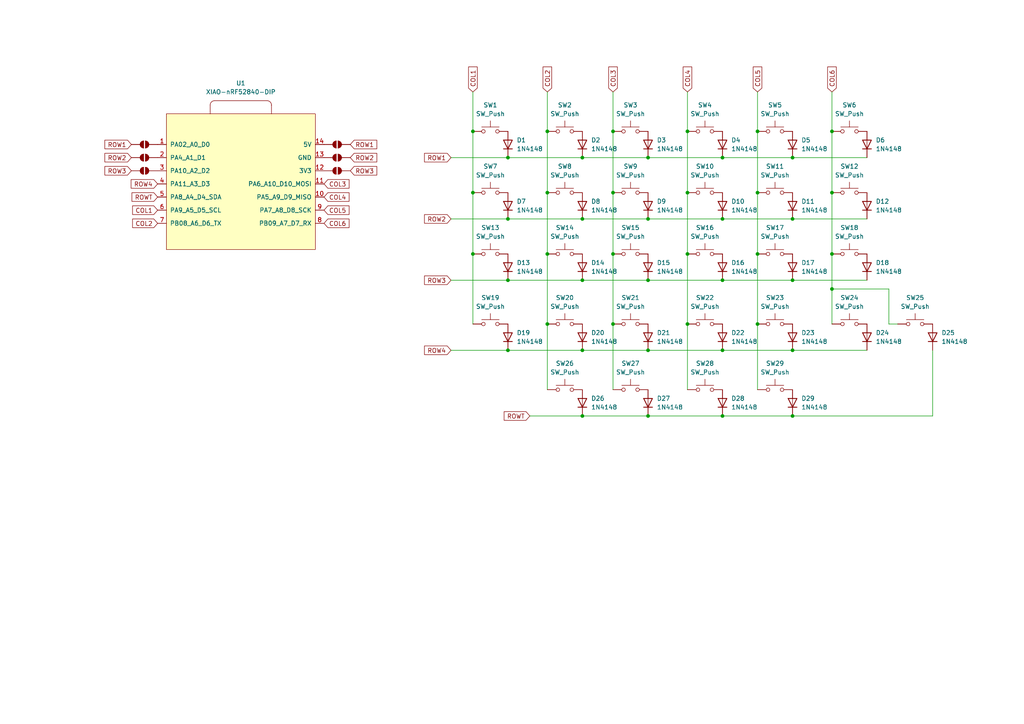
<source format=kicad_sch>
(kicad_sch (version 20250114) (generator "eeschema") (generator_version "9.0")
  (paper "A4")
  (lib_symbols
    (symbol "Diode:1N4148" (pin_numbers (hide yes)) (pin_names (hide yes))
      (property "Reference" "D" (at 0 2.54 0))
      (property "Value" "1N4148" (at 0 -2.54 0))
      (symbol "1N4148_0_1"
        (polyline (pts (xy -1.27 1.27) (xy -1.27 -1.27)) (stroke (width 0.254)))
        (polyline (pts (xy 1.27 1.27) (xy 1.27 -1.27) (xy -1.27 0) (xy 1.27 1.27)) (stroke (width 0.254)))
        (polyline (pts (xy 1.27 0) (xy -1.27 0)))
      )
      (symbol "1N4148_1_1"
        (pin passive line (at -3.81 0 0) (length 2.54) (name "K") (number "1"))
        (pin passive line (at 3.81 0 180) (length 2.54) (name "A") (number "2"))
      )
    )
    (symbol "Jumper:SolderJumper_2_Open" (pin_numbers (hide yes)) (pin_names (offset 0) (hide yes)) (in_bom no)
      (property "Reference" "JP" (at 0 2.032 0))
      (property "Value" "SolderJumper_2_Open" (at 0 -2.54 0))
      (symbol "SolderJumper_2_Open_0_1"
        (polyline (pts (xy -0.254 1.016) (xy -0.254 -1.016)))
        (arc (start -0.254 -1.016) (mid -1.2656 0) (end -0.254 1.016))
        (arc (start -0.254 -1.016) (mid -1.2656 0) (end -0.254 1.016) (fill (type outline)))
        (arc (start 0.254 1.016) (mid 1.2656 0) (end 0.254 -1.016))
        (arc (start 0.254 1.016) (mid 1.2656 0) (end 0.254 -1.016) (fill (type outline)))
        (polyline (pts (xy 0.254 1.016) (xy 0.254 -1.016)))
      )
      (symbol "SolderJumper_2_Open_1_1"
        (pin passive line (at -3.81 0 0) (length 2.54) (name "A") (number "1"))
        (pin passive line (at 3.81 0 180) (length 2.54) (name "B") (number "2"))
      )
    )
    (symbol "Switch:SW_Push" (pin_numbers (hide yes)) (pin_names (offset 1.016) (hide yes))
      (property "Reference" "SW" (at 1.27 2.54 0))
      (property "Value" "SW_Push" (at 0 -1.524 0))
      (symbol "SW_Push_0_1"
        (circle (center -2.032 0) (radius 0.508))
        (polyline (pts (xy 0 1.27) (xy 0 3.048)))
        (circle (center 2.032 0) (radius 0.508))
        (polyline (pts (xy 2.54 1.27) (xy -2.54 1.27)))
        (pin passive line (at -5.08 0 0) (length 2.54) (name "1") (number "1"))
        (pin passive line (at 5.08 0 180) (length 2.54) (name "2") (number "2"))
      )
    )
    (symbol "seed_xiao_ble:XIAO-nRF52840-DIP" (pin_names (offset 1.016))
      (property "Reference" "U" (at -21.082 21.336 0))
      (property "Value" "XIAO-nRF52840-DIP" (at -11.684 -21.082 0))
      (symbol "XIAO-nRF52840-DIP_1_1"
        (rectangle (start -21.59 20.32) (end 21.59 -19.05) (fill (type background)))
        (polyline (pts (xy -8.89 22.86) (xy -8.89 20.32)))
        (polyline (pts (xy -7.62 24.13) (xy 7.62 24.13)))
        (arc (start -8.89 22.86) (mid -8.518 23.758) (end -7.62 24.13))
        (arc (start 7.62 24.13) (mid 7.62 24.13) (end 7.62 24.13))
        (arc (start 7.62 24.13) (mid 8.518 23.758) (end 8.89 22.86))
        (polyline (pts (xy 8.89 22.86) (xy 8.89 20.32)))
        (arc (start 8.89 22.86) (mid 8.89 22.86) (end 8.89 22.86))
        (pin passive line (at -24.13 11.43 0) (length 2.54) (name "PA02_A0_D0") (number "1"))
        (pin passive line (at -24.13 7.62 0) (length 2.54) (name "PA4_A1_D1") (number "2"))
        (pin passive line (at -24.13 3.81 0) (length 2.54) (name "PA10_A2_D2") (number "3"))
        (pin passive line (at -24.13 0 0) (length 2.54) (name "PA11_A3_D3") (number "4"))
        (pin passive line (at -24.13 -3.81 0) (length 2.54) (name "PA8_A4_D4_SDA") (number "5"))
        (pin passive line (at -24.13 -7.62 0) (length 2.54) (name "PA9_A5_D5_SCL") (number "6"))
        (pin passive line (at -24.13 -11.43 0) (length 2.54) (name "PB08_A6_D6_TX") (number "7"))
        (pin passive line (at 24.13 11.43 180) (length 2.54) (name "5V") (number "14"))
        (pin passive line (at 24.13 7.62 180) (length 2.54) (name "GND") (number "13"))
        (pin passive line (at 24.13 3.81 180) (length 2.54) (name "3V3") (number "12"))
        (pin passive line (at 24.13 0 180) (length 2.54) (name "PA6_A10_D10_MOSI") (number "11"))
        (pin passive line (at 24.13 -3.81 180) (length 2.54) (name "PA5_A9_D9_MISO") (number "10"))
        (pin passive line (at 24.13 -7.62 180) (length 2.54) (name "PA7_A8_D8_SCK") (number "9"))
        (pin passive line (at 24.13 -11.43 180) (length 2.54) (name "PB09_A7_D7_RX") (number "8"))
      )
    )
  )
  (junction (at 241.3 38.1))
  (junction (at 241.3 73.66))
  (junction (at 219.71 55.88))
  (junction (at 229.87 45.72))
  (junction (at 187.96 81.28))
  (junction (at 209.55 81.28))
  (junction (at 187.96 120.65))
  (junction (at 229.87 63.5))
  (junction (at 168.91 101.6))
  (junction (at 137.16 55.88))
  (junction (at 177.8 93.98))
  (junction (at 229.87 120.65))
  (junction (at 158.75 73.66))
  (junction (at 209.55 63.5))
  (junction (at 177.8 73.66))
  (junction (at 229.87 101.6))
  (junction (at 147.32 63.5))
  (junction (at 187.96 63.5))
  (junction (at 199.39 55.88))
  (junction (at 168.91 63.5))
  (junction (at 137.16 73.66))
  (junction (at 147.32 81.28))
  (junction (at 199.39 38.1))
  (junction (at 177.8 38.1))
  (junction (at 158.75 38.1))
  (junction (at 187.96 101.6))
  (junction (at 209.55 120.65))
  (junction (at 158.75 55.88))
  (junction (at 168.91 120.65))
  (junction (at 209.55 101.6))
  (junction (at 147.32 101.6))
  (junction (at 219.71 73.66))
  (junction (at 199.39 73.66))
  (junction (at 147.32 45.72))
  (junction (at 158.75 93.98))
  (junction (at 199.39 93.98))
  (junction (at 168.91 45.72))
  (junction (at 241.3 55.88))
  (junction (at 229.87 81.28))
  (junction (at 168.91 81.28))
  (junction (at 209.55 45.72))
  (junction (at 241.3 83.82))
  (junction (at 177.8 55.88))
  (junction (at 219.71 38.1))
  (junction (at 137.16 38.1))
  (junction (at 219.71 93.98))
  (junction (at 187.96 45.72))
  (wire (pts (xy 209.55 101.6) (xy 229.87 101.6)))
  (wire (pts (xy 260.35 93.98) (xy 257.81 93.98)))
  (wire (pts (xy 147.32 45.72) (xy 168.91 45.72)))
  (wire (pts (xy 187.96 45.72) (xy 209.55 45.72)))
  (wire (pts (xy 147.32 45.72) (xy 130.81 45.72)))
  (wire (pts (xy 158.75 93.98) (xy 158.75 113.03)))
  (wire (pts (xy 147.32 101.6) (xy 168.91 101.6)))
  (wire (pts (xy 219.71 55.88) (xy 219.71 73.66)))
  (wire (pts (xy 187.96 101.6) (xy 209.55 101.6)))
  (wire (pts (xy 199.39 93.98) (xy 199.39 113.03)))
  (wire (pts (xy 177.8 26.67) (xy 177.8 38.1)))
  (wire (pts (xy 177.8 93.98) (xy 177.8 113.03)))
  (wire (pts (xy 209.55 81.28) (xy 229.87 81.28)))
  (wire (pts (xy 137.16 38.1) (xy 137.16 55.88)))
  (wire (pts (xy 219.71 93.98) (xy 219.71 113.03)))
  (wire (pts (xy 199.39 55.88) (xy 199.39 73.66)))
  (wire (pts (xy 241.3 26.67) (xy 241.3 38.1)))
  (wire (pts (xy 229.87 63.5) (xy 251.46 63.5)))
  (wire (pts (xy 199.39 38.1) (xy 199.39 55.88)))
  (wire (pts (xy 168.91 45.72) (xy 187.96 45.72)))
  (wire (pts (xy 209.55 63.5) (xy 229.87 63.5)))
  (wire (pts (xy 241.3 55.88) (xy 241.3 73.66)))
  (wire (pts (xy 168.91 81.28) (xy 187.96 81.28)))
  (wire (pts (xy 270.51 101.6) (xy 270.51 120.65)))
  (wire (pts (xy 177.8 55.88) (xy 177.8 73.66)))
  (wire (pts (xy 147.32 81.28) (xy 168.91 81.28)))
  (wire (pts (xy 137.16 73.66) (xy 137.16 93.98)))
  (wire (pts (xy 147.32 101.6) (xy 130.81 101.6)))
  (wire (pts (xy 209.55 120.65) (xy 229.87 120.65)))
  (wire (pts (xy 257.81 83.82) (xy 241.3 83.82)))
  (wire (pts (xy 229.87 101.6) (xy 251.46 101.6)))
  (wire (pts (xy 241.3 83.82) (xy 241.3 93.98)))
  (wire (pts (xy 153.67 120.65) (xy 168.91 120.65)))
  (wire (pts (xy 241.3 38.1) (xy 241.3 55.88)))
  (wire (pts (xy 241.3 73.66) (xy 241.3 83.82)))
  (wire (pts (xy 229.87 81.28) (xy 251.46 81.28)))
  (wire (pts (xy 187.96 81.28) (xy 209.55 81.28)))
  (wire (pts (xy 199.39 73.66) (xy 199.39 93.98)))
  (wire (pts (xy 187.96 63.5) (xy 209.55 63.5)))
  (wire (pts (xy 177.8 73.66) (xy 177.8 93.98)))
  (wire (pts (xy 147.32 63.5) (xy 130.81 63.5)))
  (wire (pts (xy 209.55 45.72) (xy 229.87 45.72)))
  (wire (pts (xy 168.91 101.6) (xy 187.96 101.6)))
  (wire (pts (xy 158.75 38.1) (xy 158.75 55.88)))
  (wire (pts (xy 229.87 45.72) (xy 251.46 45.72)))
  (wire (pts (xy 257.81 93.98) (xy 257.81 83.82)))
  (wire (pts (xy 177.8 38.1) (xy 177.8 55.88)))
  (wire (pts (xy 199.39 26.67) (xy 199.39 38.1)))
  (wire (pts (xy 137.16 26.67) (xy 137.16 38.1)))
  (wire (pts (xy 270.51 120.65) (xy 229.87 120.65)))
  (wire (pts (xy 168.91 63.5) (xy 187.96 63.5)))
  (wire (pts (xy 187.96 120.65) (xy 209.55 120.65)))
  (wire (pts (xy 147.32 81.28) (xy 130.81 81.28)))
  (wire (pts (xy 158.75 73.66) (xy 158.75 93.98)))
  (wire (pts (xy 158.75 26.67) (xy 158.75 38.1)))
  (wire (pts (xy 219.71 73.66) (xy 219.71 93.98)))
  (wire (pts (xy 137.16 73.66) (xy 137.16 55.88)))
  (wire (pts (xy 147.32 63.5) (xy 168.91 63.5)))
  (wire (pts (xy 187.96 120.65) (xy 168.91 120.65)))
  (wire (pts (xy 158.75 55.88) (xy 158.75 73.66)))
  (wire (pts (xy 219.71 26.67) (xy 219.71 38.1)))
  (wire (pts (xy 219.71 38.1) (xy 219.71 55.88)))
  (global_label "COL5" (shape input) (at 219.71 26.67 90) (property "Intersheetrefs" "${INTERSHEET_REFS}" (effects (hide yes))))
  (global_label "ROW2" (shape input) (at 101.6 45.72 0) (property "Intersheetrefs" "${INTERSHEET_REFS}" (effects (hide yes))))
  (global_label "ROW3" (shape input) (at 38.1 49.53 180) (property "Intersheetrefs" "${INTERSHEET_REFS}" (effects (hide yes))))
  (global_label "ROW3" (shape input) (at 130.81 81.28 180) (property "Intersheetrefs" "${INTERSHEET_REFS}" (effects (hide yes))))
  (global_label "COL6" (shape input) (at 93.98 64.77 0) (property "Intersheetrefs" "${INTERSHEET_REFS}" (effects (hide yes))))
  (global_label "ROW2" (shape input) (at 38.1 45.72 180) (property "Intersheetrefs" "${INTERSHEET_REFS}" (effects (hide yes))))
  (global_label "COL4" (shape input) (at 199.39 26.67 90) (property "Intersheetrefs" "${INTERSHEET_REFS}" (effects (hide yes))))
  (global_label "COL2" (shape input) (at 158.75 26.67 90) (property "Intersheetrefs" "${INTERSHEET_REFS}" (effects (hide yes))))
  (global_label "ROWT" (shape input) (at 153.67 120.65 180) (property "Intersheetrefs" "${INTERSHEET_REFS}" (effects (hide yes))))
  (global_label "COL1" (shape input) (at 45.72 60.96 180) (property "Intersheetrefs" "${INTERSHEET_REFS}" (effects (hide yes))))
  (global_label "COL2" (shape input) (at 45.72 64.77 180) (property "Intersheetrefs" "${INTERSHEET_REFS}" (effects (hide yes))))
  (global_label "COL6" (shape input) (at 241.3 26.67 90) (property "Intersheetrefs" "${INTERSHEET_REFS}" (effects (hide yes))))
  (global_label "COL3" (shape input) (at 93.98 53.34 0) (property "Intersheetrefs" "${INTERSHEET_REFS}" (effects (hide yes))))
  (global_label "ROW4" (shape input) (at 130.81 101.6 180) (property "Intersheetrefs" "${INTERSHEET_REFS}" (effects (hide yes))))
  (global_label "ROW1" (shape input) (at 38.1 41.91 180) (property "Intersheetrefs" "${INTERSHEET_REFS}" (effects (hide yes))))
  (global_label "COL1" (shape input) (at 137.16 26.67 90) (property "Intersheetrefs" "${INTERSHEET_REFS}" (effects (hide yes))))
  (global_label "ROW1" (shape input) (at 101.6 41.91 0) (property "Intersheetrefs" "${INTERSHEET_REFS}" (effects (hide yes))))
  (global_label "ROW3" (shape input) (at 101.6 49.53 0) (property "Intersheetrefs" "${INTERSHEET_REFS}" (effects (hide yes))))
  (global_label "ROWT" (shape input) (at 45.72 57.15 180) (property "Intersheetrefs" "${INTERSHEET_REFS}" (effects (hide yes))))
  (global_label "ROW4" (shape input) (at 45.72 53.34 180) (property "Intersheetrefs" "${INTERSHEET_REFS}" (effects (hide yes))))
  (global_label "COL3" (shape input) (at 177.8 26.67 90) (property "Intersheetrefs" "${INTERSHEET_REFS}" (effects (hide yes))))
  (global_label "COL5" (shape input) (at 93.98 60.96 0) (property "Intersheetrefs" "${INTERSHEET_REFS}" (effects (hide yes))))
  (global_label "ROW1" (shape input) (at 130.81 45.72 180) (property "Intersheetrefs" "${INTERSHEET_REFS}" (effects (hide yes))))
  (global_label "ROW2" (shape input) (at 130.81 63.5 180) (property "Intersheetrefs" "${INTERSHEET_REFS}" (effects (hide yes))))
  (global_label "COL4" (shape input) (at 93.98 57.15 0) (property "Intersheetrefs" "${INTERSHEET_REFS}" (effects (hide yes))))
  (symbol (lib_id "Switch:SW_Push") (at 224.79 113.03 0) (unit 1)
    (property "Reference" "SW29" (at 224.79 105.41 0))
    (property "Value" "SW_Push" (at 224.79 107.95 0))
    (property "Footprint" "key-switches:SW_Kailh_Choc_V1V2_THT_Hybrid" (effects (hide yes)))
    (property "Description" "Push button switch, generic, two pins" (effects (hide yes)))
  )
  (symbol (lib_id "Diode:1N4148") (at 229.87 59.69 90) (unit 1)
    (property "Reference" "D11" (at 232.41 58.4199 90) (effects (justify right)))
    (property "Value" "1N4148" (at 232.41 60.9599 90) (effects (justify right)))
    (property "Footprint" "Diode_THT:D_DO-35_SOD27_P7.62mm_Horizontal" (effects (hide yes)))
    (property "Datasheet" "https://assets.nexperia.com/documents/data-sheet/1N4148_1N4448.pdf" (effects (hide yes)))
    (property "Description" "100V 0.15A standard switching diode, DO-35" (effects (hide yes)))
    (property "Sim.Device" "D" (effects (hide yes)))
    (property "Sim.Pins" "1=K 2=A" (effects (hide yes)))
  )
  (symbol (lib_id "Diode:1N4148") (at 209.55 77.47 90) (unit 1)
    (property "Reference" "D16" (at 212.09 76.1999 90) (effects (justify right)))
    (property "Value" "1N4148" (at 212.09 78.7399 90) (effects (justify right)))
    (property "Footprint" "Diode_THT:D_DO-35_SOD27_P7.62mm_Horizontal" (effects (hide yes)))
    (property "Datasheet" "https://assets.nexperia.com/documents/data-sheet/1N4148_1N4448.pdf" (effects (hide yes)))
    (property "Description" "100V 0.15A standard switching diode, DO-35" (effects (hide yes)))
    (property "Sim.Device" "D" (effects (hide yes)))
    (property "Sim.Pins" "1=K 2=A" (effects (hide yes)))
  )
  (symbol (lib_id "Diode:1N4148") (at 147.32 59.69 90) (unit 1)
    (property "Reference" "D7" (at 149.86 58.4199 90) (effects (justify right)))
    (property "Value" "1N4148" (at 149.86 60.9599 90) (effects (justify right)))
    (property "Footprint" "Diode_THT:D_DO-35_SOD27_P7.62mm_Horizontal" (effects (hide yes)))
    (property "Datasheet" "https://assets.nexperia.com/documents/data-sheet/1N4148_1N4448.pdf" (effects (hide yes)))
    (property "Description" "100V 0.15A standard switching diode, DO-35" (effects (hide yes)))
    (property "Sim.Device" "D" (effects (hide yes)))
    (property "Sim.Pins" "1=K 2=A" (effects (hide yes)))
  )
  (symbol (lib_id "Switch:SW_Push") (at 182.88 93.98 0) (mirror y) (unit 1)
    (property "Reference" "SW21" (at 182.88 86.36 0))
    (property "Value" "SW_Push" (at 182.88 88.9 0))
    (property "Footprint" "key-switches:SW_Kailh_Choc_V1V2_THT_Hybrid" (effects (hide yes)))
    (property "Description" "Push button switch, generic, two pins" (effects (hide yes)))
  )
  (symbol (lib_id "Jumper:SolderJumper_2_Open") (at 41.91 41.91 0) (unit 1) (in_bom no)
    (property "Reference" "JP1" (effects (hide yes)))
    (property "Value" "SolderJumper_2_Open" (effects (hide yes)))
    (property "Footprint" "Jumper:SolderJumper-2_P1.3mm_Open_Pad1.0x1.5mm" (effects (hide yes)))
    (property "Description" "Solder Jumper, 2-pole, open" (effects (hide yes)))
  )
  (symbol (lib_id "Diode:1N4148") (at 187.96 97.79 90) (unit 1)
    (property "Reference" "D21" (at 190.5 96.5199 90) (effects (justify right)))
    (property "Value" "1N4148" (at 190.5 99.0599 90) (effects (justify right)))
    (property "Footprint" "Diode_THT:D_DO-35_SOD27_P7.62mm_Horizontal" (effects (hide yes)))
    (property "Datasheet" "https://assets.nexperia.com/documents/data-sheet/1N4148_1N4448.pdf" (effects (hide yes)))
    (property "Description" "100V 0.15A standard switching diode, DO-35" (effects (hide yes)))
    (property "Sim.Device" "D" (effects (hide yes)))
    (property "Sim.Pins" "1=K 2=A" (effects (hide yes)))
  )
  (symbol (lib_id "Switch:SW_Push") (at 142.24 38.1 0) (mirror y) (unit 1)
    (property "Reference" "SW1" (at 142.24 30.48 0))
    (property "Value" "SW_Push" (at 142.24 33.02 0))
    (property "Footprint" "key-switches:SW_Kailh_Choc_V1V2_THT_Hybrid" (effects (hide yes)))
    (property "Description" "Push button switch, generic, two pins" (effects (hide yes)))
  )
  (symbol (lib_id "Switch:SW_Push") (at 204.47 55.88 0) (mirror y) (unit 1)
    (property "Reference" "SW10" (at 204.47 48.26 0))
    (property "Value" "SW_Push" (at 204.47 50.8 0))
    (property "Footprint" "key-switches:SW_Kailh_Choc_V1V2_THT_Hybrid" (effects (hide yes)))
    (property "Description" "Push button switch, generic, two pins" (effects (hide yes)))
  )
  (symbol (lib_id "Diode:1N4148") (at 229.87 97.79 90) (unit 1)
    (property "Reference" "D23" (at 232.41 96.5199 90) (effects (justify right)))
    (property "Value" "1N4148" (at 232.41 99.0599 90) (effects (justify right)))
    (property "Footprint" "Diode_THT:D_DO-35_SOD27_P7.62mm_Horizontal" (effects (hide yes)))
    (property "Datasheet" "https://assets.nexperia.com/documents/data-sheet/1N4148_1N4448.pdf" (effects (hide yes)))
    (property "Description" "100V 0.15A standard switching diode, DO-35" (effects (hide yes)))
    (property "Sim.Device" "D" (effects (hide yes)))
    (property "Sim.Pins" "1=K 2=A" (effects (hide yes)))
  )
  (symbol (lib_id "Switch:SW_Push") (at 182.88 38.1 0) (mirror y) (unit 1)
    (property "Reference" "SW3" (at 182.88 30.48 0))
    (property "Value" "SW_Push" (at 182.88 33.02 0))
    (property "Footprint" "key-switches:SW_Kailh_Choc_V1V2_THT_Hybrid" (effects (hide yes)))
    (property "Description" "Push button switch, generic, two pins" (effects (hide yes)))
  )
  (symbol (lib_id "Switch:SW_Push") (at 182.88 113.03 0) (unit 1)
    (property "Reference" "SW27" (at 182.88 105.41 0))
    (property "Value" "SW_Push" (at 182.88 107.95 0))
    (property "Footprint" "key-switches:SW_Kailh_Choc_V1V2_THT_Hybrid" (effects (hide yes)))
    (property "Description" "Push button switch, generic, two pins" (effects (hide yes)))
  )
  (symbol (lib_id "Jumper:SolderJumper_2_Open") (at 97.79 49.53 0) (unit 1) (in_bom no)
    (property "Reference" "JP6" (effects (hide yes)))
    (property "Value" "SolderJumper_2_Open" (effects (hide yes)))
    (property "Footprint" "Jumper:SolderJumper-2_P1.3mm_Open_Pad1.0x1.5mm" (effects (hide yes)))
    (property "Description" "Solder Jumper, 2-pole, open" (effects (hide yes)))
  )
  (symbol (lib_id "Diode:1N4148") (at 209.55 97.79 90) (unit 1)
    (property "Reference" "D22" (at 212.09 96.5199 90) (effects (justify right)))
    (property "Value" "1N4148" (at 212.09 99.0599 90) (effects (justify right)))
    (property "Footprint" "Diode_THT:D_DO-35_SOD27_P7.62mm_Horizontal" (effects (hide yes)))
    (property "Datasheet" "https://assets.nexperia.com/documents/data-sheet/1N4148_1N4448.pdf" (effects (hide yes)))
    (property "Description" "100V 0.15A standard switching diode, DO-35" (effects (hide yes)))
    (property "Sim.Device" "D" (effects (hide yes)))
    (property "Sim.Pins" "1=K 2=A" (effects (hide yes)))
  )
  (symbol (lib_id "Switch:SW_Push") (at 182.88 73.66 0) (mirror y) (unit 1)
    (property "Reference" "SW15" (at 182.88 66.04 0))
    (property "Value" "SW_Push" (at 182.88 68.58 0))
    (property "Footprint" "key-switches:SW_Kailh_Choc_V1V2_THT_Hybrid" (effects (hide yes)))
    (property "Description" "Push button switch, generic, two pins" (effects (hide yes)))
  )
  (symbol (lib_id "Switch:SW_Push") (at 265.43 93.98 0) (mirror y) (unit 1)
    (property "Reference" "SW25" (at 265.43 86.36 0))
    (property "Value" "SW_Push" (at 265.43 88.9 0))
    (property "Footprint" "key-switches:SW_Kailh_Choc_V1V2_THT_Hybrid" (effects (hide yes)))
    (property "Description" "Push button switch, generic, two pins" (effects (hide yes)))
  )
  (symbol (lib_id "Diode:1N4148") (at 168.91 116.84 90) (unit 1)
    (property "Reference" "D26" (at 171.45 115.5699 90) (effects (justify right)))
    (property "Value" "1N4148" (at 171.45 118.1099 90) (effects (justify right)))
    (property "Footprint" "Diode_THT:D_DO-35_SOD27_P7.62mm_Horizontal" (effects (hide yes)))
    (property "Datasheet" "https://assets.nexperia.com/documents/data-sheet/1N4148_1N4448.pdf" (effects (hide yes)))
    (property "Description" "100V 0.15A standard switching diode, DO-35" (effects (hide yes)))
    (property "Sim.Device" "D" (effects (hide yes)))
    (property "Sim.Pins" "1=K 2=A" (effects (hide yes)))
  )
  (symbol (lib_id "Switch:SW_Push") (at 224.79 93.98 0) (mirror y) (unit 1)
    (property "Reference" "SW23" (at 224.79 86.36 0))
    (property "Value" "SW_Push" (at 224.79 88.9 0))
    (property "Footprint" "key-switches:SW_Kailh_Choc_V1V2_THT_Hybrid" (effects (hide yes)))
    (property "Description" "Push button switch, generic, two pins" (effects (hide yes)))
  )
  (symbol (lib_id "Diode:1N4148") (at 229.87 41.91 90) (unit 1)
    (property "Reference" "D5" (at 232.41 40.6399 90) (effects (justify right)))
    (property "Value" "1N4148" (at 232.41 43.1799 90) (effects (justify right)))
    (property "Footprint" "Diode_THT:D_DO-35_SOD27_P7.62mm_Horizontal" (effects (hide yes)))
    (property "Datasheet" "https://assets.nexperia.com/documents/data-sheet/1N4148_1N4448.pdf" (effects (hide yes)))
    (property "Description" "100V 0.15A standard switching diode, DO-35" (effects (hide yes)))
    (property "Sim.Device" "D" (effects (hide yes)))
    (property "Sim.Pins" "1=K 2=A" (effects (hide yes)))
  )
  (symbol (lib_id "Diode:1N4148") (at 251.46 41.91 90) (unit 1)
    (property "Reference" "D6" (at 254 40.6399 90) (effects (justify right)))
    (property "Value" "1N4148" (at 254 43.1799 90) (effects (justify right)))
    (property "Footprint" "Diode_THT:D_DO-35_SOD27_P7.62mm_Horizontal" (effects (hide yes)))
    (property "Datasheet" "https://assets.nexperia.com/documents/data-sheet/1N4148_1N4448.pdf" (effects (hide yes)))
    (property "Description" "100V 0.15A standard switching diode, DO-35" (effects (hide yes)))
    (property "Sim.Device" "D" (effects (hide yes)))
    (property "Sim.Pins" "1=K 2=A" (effects (hide yes)))
  )
  (symbol (lib_id "Jumper:SolderJumper_2_Open") (at 41.91 45.72 0) (unit 1) (in_bom no)
    (property "Reference" "JP2" (effects (hide yes)))
    (property "Value" "SolderJumper_2_Open" (effects (hide yes)))
    (property "Footprint" "Jumper:SolderJumper-2_P1.3mm_Open_Pad1.0x1.5mm" (effects (hide yes)))
    (property "Description" "Solder Jumper, 2-pole, open" (effects (hide yes)))
  )
  (symbol (lib_id "Switch:SW_Push") (at 163.83 73.66 0) (mirror y) (unit 1)
    (property "Reference" "SW14" (at 163.83 66.04 0))
    (property "Value" "SW_Push" (at 163.83 68.58 0))
    (property "Footprint" "key-switches:SW_Kailh_Choc_V1V2_THT_Hybrid" (effects (hide yes)))
    (property "Description" "Push button switch, generic, two pins" (effects (hide yes)))
  )
  (symbol (lib_id "Diode:1N4148") (at 187.96 77.47 90) (unit 1)
    (property "Reference" "D15" (at 190.5 76.1999 90) (effects (justify right)))
    (property "Value" "1N4148" (at 190.5 78.7399 90) (effects (justify right)))
    (property "Footprint" "Diode_THT:D_DO-35_SOD27_P7.62mm_Horizontal" (effects (hide yes)))
    (property "Datasheet" "https://assets.nexperia.com/documents/data-sheet/1N4148_1N4448.pdf" (effects (hide yes)))
    (property "Description" "100V 0.15A standard switching diode, DO-35" (effects (hide yes)))
    (property "Sim.Device" "D" (effects (hide yes)))
    (property "Sim.Pins" "1=K 2=A" (effects (hide yes)))
  )
  (symbol (lib_id "Diode:1N4148") (at 251.46 97.79 90) (unit 1)
    (property "Reference" "D24" (at 254 96.5199 90) (effects (justify right)))
    (property "Value" "1N4148" (at 254 99.0599 90) (effects (justify right)))
    (property "Footprint" "Diode_THT:D_DO-35_SOD27_P7.62mm_Horizontal" (effects (hide yes)))
    (property "Datasheet" "https://assets.nexperia.com/documents/data-sheet/1N4148_1N4448.pdf" (effects (hide yes)))
    (property "Description" "100V 0.15A standard switching diode, DO-35" (effects (hide yes)))
    (property "Sim.Device" "D" (effects (hide yes)))
    (property "Sim.Pins" "1=K 2=A" (effects (hide yes)))
  )
  (symbol (lib_id "Switch:SW_Push") (at 163.83 55.88 0) (mirror y) (unit 1)
    (property "Reference" "SW8" (at 163.83 48.26 0))
    (property "Value" "SW_Push" (at 163.83 50.8 0))
    (property "Footprint" "key-switches:SW_Kailh_Choc_V1V2_THT_Hybrid" (effects (hide yes)))
    (property "Description" "Push button switch, generic, two pins" (effects (hide yes)))
  )
  (symbol (lib_id "Switch:SW_Push") (at 246.38 55.88 0) (mirror y) (unit 1)
    (property "Reference" "SW12" (at 246.38 48.26 0))
    (property "Value" "SW_Push" (at 246.38 50.8 0))
    (property "Footprint" "key-switches:SW_Kailh_Choc_V1V2_THT_Hybrid" (effects (hide yes)))
    (property "Description" "Push button switch, generic, two pins" (effects (hide yes)))
  )
  (symbol (lib_id "Switch:SW_Push") (at 224.79 73.66 0) (mirror y) (unit 1)
    (property "Reference" "SW17" (at 224.79 66.04 0))
    (property "Value" "SW_Push" (at 224.79 68.58 0))
    (property "Footprint" "key-switches:SW_Kailh_Choc_V1V2_THT_Hybrid" (effects (hide yes)))
    (property "Description" "Push button switch, generic, two pins" (effects (hide yes)))
  )
  (symbol (lib_id "Diode:1N4148") (at 168.91 41.91 90) (unit 1)
    (property "Reference" "D2" (at 171.45 40.6399 90) (effects (justify right)))
    (property "Value" "1N4148" (at 171.45 43.1799 90) (effects (justify right)))
    (property "Footprint" "Diode_THT:D_DO-35_SOD27_P7.62mm_Horizontal" (effects (hide yes)))
    (property "Datasheet" "https://assets.nexperia.com/documents/data-sheet/1N4148_1N4448.pdf" (effects (hide yes)))
    (property "Description" "100V 0.15A standard switching diode, DO-35" (effects (hide yes)))
    (property "Sim.Device" "D" (effects (hide yes)))
    (property "Sim.Pins" "1=K 2=A" (effects (hide yes)))
  )
  (symbol (lib_id "Jumper:SolderJumper_2_Open") (at 97.79 41.91 0) (unit 1) (in_bom no)
    (property "Reference" "JP4" (effects (hide yes)))
    (property "Value" "SolderJumper_2_Open" (effects (hide yes)))
    (property "Footprint" "Jumper:SolderJumper-2_P1.3mm_Open_Pad1.0x1.5mm" (effects (hide yes)))
    (property "Description" "Solder Jumper, 2-pole, open" (effects (hide yes)))
  )
  (symbol (lib_id "Diode:1N4148") (at 147.32 77.47 90) (unit 1)
    (property "Reference" "D13" (at 149.86 76.1999 90) (effects (justify right)))
    (property "Value" "1N4148" (at 149.86 78.7399 90) (effects (justify right)))
    (property "Footprint" "Diode_THT:D_DO-35_SOD27_P7.62mm_Horizontal" (effects (hide yes)))
    (property "Datasheet" "https://assets.nexperia.com/documents/data-sheet/1N4148_1N4448.pdf" (effects (hide yes)))
    (property "Description" "100V 0.15A standard switching diode, DO-35" (effects (hide yes)))
    (property "Sim.Device" "D" (effects (hide yes)))
    (property "Sim.Pins" "1=K 2=A" (effects (hide yes)))
  )
  (symbol (lib_id "Switch:SW_Push") (at 246.38 73.66 0) (mirror y) (unit 1)
    (property "Reference" "SW18" (at 246.38 66.04 0))
    (property "Value" "SW_Push" (at 246.38 68.58 0))
    (property "Footprint" "key-switches:SW_Kailh_Choc_V1V2_THT_Hybrid" (effects (hide yes)))
    (property "Description" "Push button switch, generic, two pins" (effects (hide yes)))
  )
  (symbol (lib_id "Diode:1N4148") (at 251.46 77.47 90) (unit 1)
    (property "Reference" "D18" (at 254 76.1999 90) (effects (justify right)))
    (property "Value" "1N4148" (at 254 78.7399 90) (effects (justify right)))
    (property "Footprint" "Diode_THT:D_DO-35_SOD27_P7.62mm_Horizontal" (effects (hide yes)))
    (property "Datasheet" "https://assets.nexperia.com/documents/data-sheet/1N4148_1N4448.pdf" (effects (hide yes)))
    (property "Description" "100V 0.15A standard switching diode, DO-35" (effects (hide yes)))
    (property "Sim.Device" "D" (effects (hide yes)))
    (property "Sim.Pins" "1=K 2=A" (effects (hide yes)))
  )
  (symbol (lib_id "Switch:SW_Push") (at 142.24 55.88 0) (mirror y) (unit 1)
    (property "Reference" "SW7" (at 142.24 48.26 0))
    (property "Value" "SW_Push" (at 142.24 50.8 0))
    (property "Footprint" "key-switches:SW_Kailh_Choc_V1V2_THT_Hybrid" (effects (hide yes)))
    (property "Description" "Push button switch, generic, two pins" (effects (hide yes)))
  )
  (symbol (lib_id "seed_xiao_ble:XIAO-nRF52840-DIP") (at 69.85 53.34 0) (unit 1)
    (property "Reference" "U1" (at 69.85 24.13 0))
    (property "Value" "XIAO-nRF52840-DIP" (at 69.85 26.67 0))
    (property "Footprint" "seeed_xiao_ble:XIAO-nRF52840-DIP" (effects (hide yes)))
  )
  (symbol (lib_id "Switch:SW_Push") (at 163.83 38.1 0) (mirror y) (unit 1)
    (property "Reference" "SW2" (at 163.83 30.48 0))
    (property "Value" "SW_Push" (at 163.83 33.02 0))
    (property "Footprint" "key-switches:SW_Kailh_Choc_V1V2_THT_Hybrid" (effects (hide yes)))
    (property "Description" "Push button switch, generic, two pins" (effects (hide yes)))
  )
  (symbol (lib_id "Diode:1N4148") (at 209.55 59.69 90) (unit 1)
    (property "Reference" "D10" (at 212.09 58.4199 90) (effects (justify right)))
    (property "Value" "1N4148" (at 212.09 60.9599 90) (effects (justify right)))
    (property "Footprint" "Diode_THT:D_DO-35_SOD27_P7.62mm_Horizontal" (effects (hide yes)))
    (property "Datasheet" "https://assets.nexperia.com/documents/data-sheet/1N4148_1N4448.pdf" (effects (hide yes)))
    (property "Description" "100V 0.15A standard switching diode, DO-35" (effects (hide yes)))
    (property "Sim.Device" "D" (effects (hide yes)))
    (property "Sim.Pins" "1=K 2=A" (effects (hide yes)))
  )
  (symbol (lib_id "Diode:1N4148") (at 209.55 41.91 90) (unit 1)
    (property "Reference" "D4" (at 212.09 40.6399 90) (effects (justify right)))
    (property "Value" "1N4148" (at 212.09 43.1799 90) (effects (justify right)))
    (property "Footprint" "Diode_THT:D_DO-35_SOD27_P7.62mm_Horizontal" (effects (hide yes)))
    (property "Datasheet" "https://assets.nexperia.com/documents/data-sheet/1N4148_1N4448.pdf" (effects (hide yes)))
    (property "Description" "100V 0.15A standard switching diode, DO-35" (effects (hide yes)))
    (property "Sim.Device" "D" (effects (hide yes)))
    (property "Sim.Pins" "1=K 2=A" (effects (hide yes)))
  )
  (symbol (lib_id "Diode:1N4148") (at 168.91 59.69 90) (unit 1)
    (property "Reference" "D8" (at 171.45 58.4199 90) (effects (justify right)))
    (property "Value" "1N4148" (at 171.45 60.9599 90) (effects (justify right)))
    (property "Footprint" "Diode_THT:D_DO-35_SOD27_P7.62mm_Horizontal" (effects (hide yes)))
    (property "Datasheet" "https://assets.nexperia.com/documents/data-sheet/1N4148_1N4448.pdf" (effects (hide yes)))
    (property "Description" "100V 0.15A standard switching diode, DO-35" (effects (hide yes)))
    (property "Sim.Device" "D" (effects (hide yes)))
    (property "Sim.Pins" "1=K 2=A" (effects (hide yes)))
  )
  (symbol (lib_id "Switch:SW_Push") (at 224.79 55.88 0) (mirror y) (unit 1)
    (property "Reference" "SW11" (at 224.79 48.26 0))
    (property "Value" "SW_Push" (at 224.79 50.8 0))
    (property "Footprint" "key-switches:SW_Kailh_Choc_V1V2_THT_Hybrid" (effects (hide yes)))
    (property "Description" "Push button switch, generic, two pins" (effects (hide yes)))
  )
  (symbol (lib_id "Diode:1N4148") (at 209.55 116.84 90) (unit 1)
    (property "Reference" "D28" (at 212.09 115.5699 90) (effects (justify right)))
    (property "Value" "1N4148" (at 212.09 118.1099 90) (effects (justify right)))
    (property "Footprint" "Diode_THT:D_DO-35_SOD27_P7.62mm_Horizontal" (effects (hide yes)))
    (property "Datasheet" "https://assets.nexperia.com/documents/data-sheet/1N4148_1N4448.pdf" (effects (hide yes)))
    (property "Description" "100V 0.15A standard switching diode, DO-35" (effects (hide yes)))
    (property "Sim.Device" "D" (effects (hide yes)))
    (property "Sim.Pins" "1=K 2=A" (effects (hide yes)))
  )
  (symbol (lib_id "Diode:1N4148") (at 168.91 77.47 90) (unit 1)
    (property "Reference" "D14" (at 171.45 76.1999 90) (effects (justify right)))
    (property "Value" "1N4148" (at 171.45 78.7399 90) (effects (justify right)))
    (property "Footprint" "Diode_THT:D_DO-35_SOD27_P7.62mm_Horizontal" (effects (hide yes)))
    (property "Datasheet" "https://assets.nexperia.com/documents/data-sheet/1N4148_1N4448.pdf" (effects (hide yes)))
    (property "Description" "100V 0.15A standard switching diode, DO-35" (effects (hide yes)))
    (property "Sim.Device" "D" (effects (hide yes)))
    (property "Sim.Pins" "1=K 2=A" (effects (hide yes)))
  )
  (symbol (lib_id "Diode:1N4148") (at 229.87 116.84 90) (unit 1)
    (property "Reference" "D29" (at 232.41 115.5699 90) (effects (justify right)))
    (property "Value" "1N4148" (at 232.41 118.1099 90) (effects (justify right)))
    (property "Footprint" "Diode_THT:D_DO-35_SOD27_P7.62mm_Horizontal" (effects (hide yes)))
    (property "Datasheet" "https://assets.nexperia.com/documents/data-sheet/1N4148_1N4448.pdf" (effects (hide yes)))
    (property "Description" "100V 0.15A standard switching diode, DO-35" (effects (hide yes)))
    (property "Sim.Device" "D" (effects (hide yes)))
    (property "Sim.Pins" "1=K 2=A" (effects (hide yes)))
  )
  (symbol (lib_id "Switch:SW_Push") (at 204.47 93.98 0) (mirror y) (unit 1)
    (property "Reference" "SW22" (at 204.47 86.36 0))
    (property "Value" "SW_Push" (at 204.47 88.9 0))
    (property "Footprint" "key-switches:SW_Kailh_Choc_V1V2_THT_Hybrid" (effects (hide yes)))
    (property "Description" "Push button switch, generic, two pins" (effects (hide yes)))
  )
  (symbol (lib_id "Jumper:SolderJumper_2_Open") (at 41.91 49.53 0) (unit 1) (in_bom no)
    (property "Reference" "JP3" (effects (hide yes)))
    (property "Value" "SolderJumper_2_Open" (effects (hide yes)))
    (property "Footprint" "Jumper:SolderJumper-2_P1.3mm_Open_Pad1.0x1.5mm" (effects (hide yes)))
    (property "Description" "Solder Jumper, 2-pole, open" (effects (hide yes)))
  )
  (symbol (lib_id "Switch:SW_Push") (at 182.88 55.88 0) (mirror y) (unit 1)
    (property "Reference" "SW9" (at 182.88 48.26 0))
    (property "Value" "SW_Push" (at 182.88 50.8 0))
    (property "Footprint" "key-switches:SW_Kailh_Choc_V1V2_THT_Hybrid" (effects (hide yes)))
    (property "Description" "Push button switch, generic, two pins" (effects (hide yes)))
  )
  (symbol (lib_id "Diode:1N4148") (at 187.96 41.91 90) (unit 1)
    (property "Reference" "D3" (at 190.5 40.6399 90) (effects (justify right)))
    (property "Value" "1N4148" (at 190.5 43.1799 90) (effects (justify right)))
    (property "Footprint" "Diode_THT:D_DO-35_SOD27_P7.62mm_Horizontal" (effects (hide yes)))
    (property "Datasheet" "https://assets.nexperia.com/documents/data-sheet/1N4148_1N4448.pdf" (effects (hide yes)))
    (property "Description" "100V 0.15A standard switching diode, DO-35" (effects (hide yes)))
    (property "Sim.Device" "D" (effects (hide yes)))
    (property "Sim.Pins" "1=K 2=A" (effects (hide yes)))
  )
  (symbol (lib_id "Diode:1N4148") (at 147.32 41.91 90) (unit 1)
    (property "Reference" "D1" (at 149.86 40.6399 90) (effects (justify right)))
    (property "Value" "1N4148" (at 149.86 43.1799 90) (effects (justify right)))
    (property "Footprint" "Diode_THT:D_DO-35_SOD27_P7.62mm_Horizontal" (effects (hide yes)))
    (property "Datasheet" "https://assets.nexperia.com/documents/data-sheet/1N4148_1N4448.pdf" (effects (hide yes)))
    (property "Description" "100V 0.15A standard switching diode, DO-35" (effects (hide yes)))
    (property "Sim.Device" "D" (effects (hide yes)))
    (property "Sim.Pins" "1=K 2=A" (effects (hide yes)))
  )
  (symbol (lib_id "Switch:SW_Push") (at 163.83 93.98 0) (mirror y) (unit 1)
    (property "Reference" "SW20" (at 163.83 86.36 0))
    (property "Value" "SW_Push" (at 163.83 88.9 0))
    (property "Footprint" "key-switches:SW_Kailh_Choc_V1V2_THT_Hybrid" (effects (hide yes)))
    (property "Description" "Push button switch, generic, two pins" (effects (hide yes)))
  )
  (symbol (lib_id "Switch:SW_Push") (at 224.79 38.1 0) (mirror y) (unit 1)
    (property "Reference" "SW5" (at 224.79 30.48 0))
    (property "Value" "SW_Push" (at 224.79 33.02 0))
    (property "Footprint" "key-switches:SW_Kailh_Choc_V1V2_THT_Hybrid" (effects (hide yes)))
    (property "Description" "Push button switch, generic, two pins" (effects (hide yes)))
  )
  (symbol (lib_id "Switch:SW_Push") (at 142.24 73.66 0) (mirror y) (unit 1)
    (property "Reference" "SW13" (at 142.24 66.04 0))
    (property "Value" "SW_Push" (at 142.24 68.58 0))
    (property "Footprint" "key-switches:SW_Kailh_Choc_V1V2_THT_Hybrid" (effects (hide yes)))
    (property "Description" "Push button switch, generic, two pins" (effects (hide yes)))
  )
  (symbol (lib_id "Switch:SW_Push") (at 204.47 73.66 0) (mirror y) (unit 1)
    (property "Reference" "SW16" (at 204.47 66.04 0))
    (property "Value" "SW_Push" (at 204.47 68.58 0))
    (property "Footprint" "key-switches:SW_Kailh_Choc_V1V2_THT_Hybrid" (effects (hide yes)))
    (property "Description" "Push button switch, generic, two pins" (effects (hide yes)))
  )
  (symbol (lib_id "Diode:1N4148") (at 251.46 59.69 90) (unit 1)
    (property "Reference" "D12" (at 254 58.4199 90) (effects (justify right)))
    (property "Value" "1N4148" (at 254 60.9599 90) (effects (justify right)))
    (property "Footprint" "Diode_THT:D_DO-35_SOD27_P7.62mm_Horizontal" (effects (hide yes)))
    (property "Datasheet" "https://assets.nexperia.com/documents/data-sheet/1N4148_1N4448.pdf" (effects (hide yes)))
    (property "Description" "100V 0.15A standard switching diode, DO-35" (effects (hide yes)))
    (property "Sim.Device" "D" (effects (hide yes)))
    (property "Sim.Pins" "1=K 2=A" (effects (hide yes)))
  )
  (symbol (lib_id "Jumper:SolderJumper_2_Open") (at 97.79 45.72 0) (unit 1) (in_bom no)
    (property "Reference" "JP5" (effects (hide yes)))
    (property "Value" "SolderJumper_2_Open" (effects (hide yes)))
    (property "Footprint" "Jumper:SolderJumper-2_P1.3mm_Open_Pad1.0x1.5mm" (effects (hide yes)))
    (property "Description" "Solder Jumper, 2-pole, open" (effects (hide yes)))
  )
  (symbol (lib_id "Switch:SW_Push") (at 142.24 93.98 0) (mirror y) (unit 1)
    (property "Reference" "SW19" (at 142.24 86.36 0))
    (property "Value" "SW_Push" (at 142.24 88.9 0))
    (property "Footprint" "key-switches:SW_Kailh_Choc_V1V2_THT_Hybrid" (effects (hide yes)))
    (property "Description" "Push button switch, generic, two pins" (effects (hide yes)))
  )
  (symbol (lib_id "Diode:1N4148") (at 270.51 97.79 90) (unit 1)
    (property "Reference" "D25" (at 273.05 96.5199 90) (effects (justify right)))
    (property "Value" "1N4148" (at 273.05 99.0599 90) (effects (justify right)))
    (property "Footprint" "Diode_THT:D_DO-35_SOD27_P7.62mm_Horizontal" (effects (hide yes)))
    (property "Datasheet" "https://assets.nexperia.com/documents/data-sheet/1N4148_1N4448.pdf" (effects (hide yes)))
    (property "Description" "100V 0.15A standard switching diode, DO-35" (effects (hide yes)))
    (property "Sim.Device" "D" (effects (hide yes)))
    (property "Sim.Pins" "1=K 2=A" (effects (hide yes)))
  )
  (symbol (lib_id "Switch:SW_Push") (at 204.47 38.1 0) (mirror y) (unit 1)
    (property "Reference" "SW4" (at 204.47 30.48 0))
    (property "Value" "SW_Push" (at 204.47 33.02 0))
    (property "Footprint" "key-switches:SW_Kailh_Choc_V1V2_THT_Hybrid" (effects (hide yes)))
    (property "Description" "Push button switch, generic, two pins" (effects (hide yes)))
  )
  (symbol (lib_id "Switch:SW_Push") (at 204.47 113.03 0) (unit 1)
    (property "Reference" "SW28" (at 204.47 105.41 0))
    (property "Value" "SW_Push" (at 204.47 107.95 0))
    (property "Footprint" "key-switches:SW_Kailh_Choc_V1V2_THT_Hybrid" (effects (hide yes)))
    (property "Description" "Push button switch, generic, two pins" (effects (hide yes)))
  )
  (symbol (lib_id "Diode:1N4148") (at 229.87 77.47 90) (unit 1)
    (property "Reference" "D17" (at 232.41 76.1999 90) (effects (justify right)))
    (property "Value" "1N4148" (at 232.41 78.7399 90) (effects (justify right)))
    (property "Footprint" "Diode_THT:D_DO-35_SOD27_P7.62mm_Horizontal" (effects (hide yes)))
    (property "Datasheet" "https://assets.nexperia.com/documents/data-sheet/1N4148_1N4448.pdf" (effects (hide yes)))
    (property "Description" "100V 0.15A standard switching diode, DO-35" (effects (hide yes)))
    (property "Sim.Device" "D" (effects (hide yes)))
    (property "Sim.Pins" "1=K 2=A" (effects (hide yes)))
  )
  (symbol (lib_id "Diode:1N4148") (at 187.96 59.69 90) (unit 1)
    (property "Reference" "D9" (at 190.5 58.4199 90) (effects (justify right)))
    (property "Value" "1N4148" (at 190.5 60.9599 90) (effects (justify right)))
    (property "Footprint" "Diode_THT:D_DO-35_SOD27_P7.62mm_Horizontal" (effects (hide yes)))
    (property "Datasheet" "https://assets.nexperia.com/documents/data-sheet/1N4148_1N4448.pdf" (effects (hide yes)))
    (property "Description" "100V 0.15A standard switching diode, DO-35" (effects (hide yes)))
    (property "Sim.Device" "D" (effects (hide yes)))
    (property "Sim.Pins" "1=K 2=A" (effects (hide yes)))
  )
  (symbol (lib_id "Switch:SW_Push") (at 163.83 113.03 0) (mirror y) (unit 1)
    (property "Reference" "SW26" (at 163.83 105.41 0))
    (property "Value" "SW_Push" (at 163.83 107.95 0))
    (property "Footprint" "key-switches:SW_Kailh_Choc_V1V2_THT_Hybrid" (effects (hide yes)))
    (property "Description" "Push button switch, generic, two pins" (effects (hide yes)))
  )
  (symbol (lib_id "Switch:SW_Push") (at 246.38 38.1 0) (mirror y) (unit 1)
    (property "Reference" "SW6" (at 246.38 30.48 0))
    (property "Value" "SW_Push" (at 246.38 33.02 0))
    (property "Footprint" "key-switches:SW_Kailh_Choc_V1V2_THT_Hybrid" (effects (hide yes)))
    (property "Description" "Push button switch, generic, two pins" (effects (hide yes)))
  )
  (symbol (lib_id "Switch:SW_Push") (at 246.38 93.98 0) (mirror y) (unit 1)
    (property "Reference" "SW24" (at 246.38 86.36 0))
    (property "Value" "SW_Push" (at 246.38 88.9 0))
    (property "Footprint" "key-switches:SW_Kailh_Choc_V1V2_THT_Hybrid" (effects (hide yes)))
    (property "Description" "Push button switch, generic, two pins" (effects (hide yes)))
  )
  (symbol (lib_id "Diode:1N4148") (at 147.32 97.79 90) (unit 1)
    (property "Reference" "D19" (at 149.86 96.5199 90) (effects (justify right)))
    (property "Value" "1N4148" (at 149.86 99.0599 90) (effects (justify right)))
    (property "Footprint" "Diode_THT:D_DO-35_SOD27_P7.62mm_Horizontal" (effects (hide yes)))
    (property "Datasheet" "https://assets.nexperia.com/documents/data-sheet/1N4148_1N4448.pdf" (effects (hide yes)))
    (property "Description" "100V 0.15A standard switching diode, DO-35" (effects (hide yes)))
    (property "Sim.Device" "D" (effects (hide yes)))
    (property "Sim.Pins" "1=K 2=A" (effects (hide yes)))
  )
  (symbol (lib_id "Diode:1N4148") (at 168.91 97.79 90) (unit 1)
    (property "Reference" "D20" (at 171.45 96.5199 90) (effects (justify right)))
    (property "Value" "1N4148" (at 171.45 99.0599 90) (effects (justify right)))
    (property "Footprint" "Diode_THT:D_DO-35_SOD27_P7.62mm_Horizontal" (effects (hide yes)))
    (property "Datasheet" "https://assets.nexperia.com/documents/data-sheet/1N4148_1N4448.pdf" (effects (hide yes)))
    (property "Description" "100V 0.15A standard switching diode, DO-35" (effects (hide yes)))
    (property "Sim.Device" "D" (effects (hide yes)))
    (property "Sim.Pins" "1=K 2=A" (effects (hide yes)))
  )
  (symbol (lib_id "Diode:1N4148") (at 187.96 116.84 90) (unit 1)
    (property "Reference" "D27" (at 190.5 115.5699 90) (effects (justify right)))
    (property "Value" "1N4148" (at 190.5 118.1099 90) (effects (justify right)))
    (property "Footprint" "Diode_THT:D_DO-35_SOD27_P7.62mm_Horizontal" (effects (hide yes)))
    (property "Datasheet" "https://assets.nexperia.com/documents/data-sheet/1N4148_1N4448.pdf" (effects (hide yes)))
    (property "Description" "100V 0.15A standard switching diode, DO-35" (effects (hide yes)))
    (property "Sim.Device" "D" (effects (hide yes)))
    (property "Sim.Pins" "1=K 2=A" (effects (hide yes)))
  )
)
</source>
